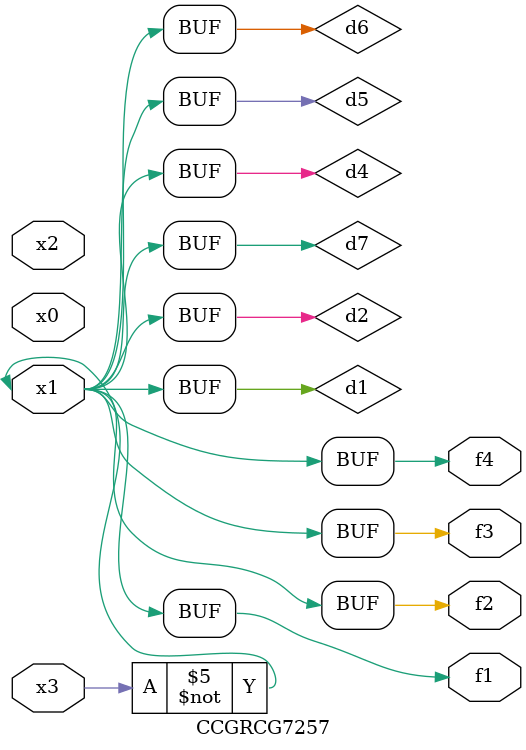
<source format=v>
module CCGRCG7257(
	input x0, x1, x2, x3,
	output f1, f2, f3, f4
);

	wire d1, d2, d3, d4, d5, d6, d7;

	not (d1, x3);
	buf (d2, x1);
	xnor (d3, d1, d2);
	nor (d4, d1);
	buf (d5, d1, d2);
	buf (d6, d4, d5);
	nand (d7, d4);
	assign f1 = d6;
	assign f2 = d7;
	assign f3 = d6;
	assign f4 = d6;
endmodule

</source>
